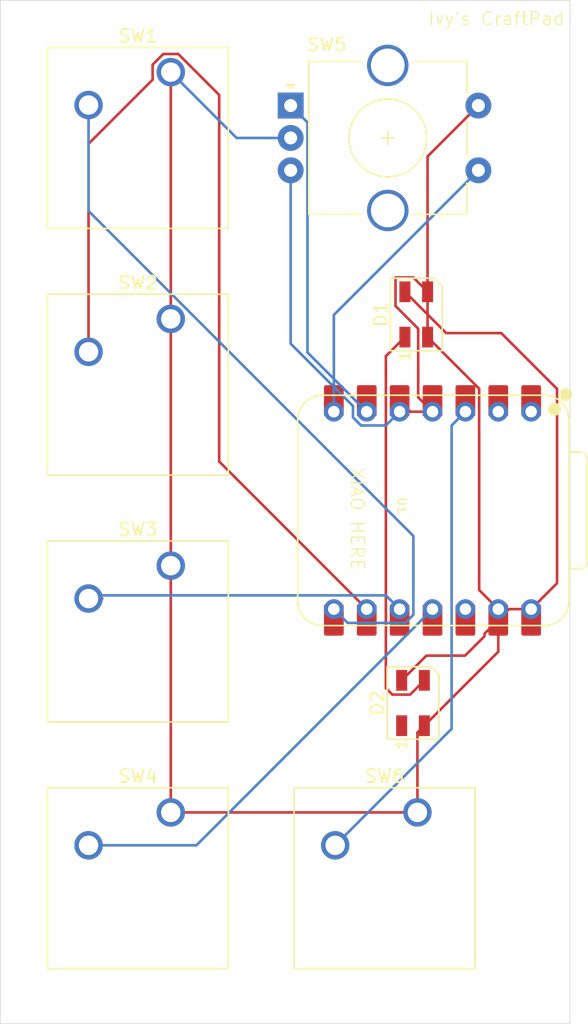
<source format=kicad_pcb>
(kicad_pcb (version 20240108) (generator "pcbnew") (generator_version "8.0")
  (layers (0 "F.Cu" signal) (31 "B.Cu" signal) (34 "B.Paste" user) (35 "F.Paste" user) (36 "B.SilkS" user "B.Silkscreen") (37 "F.SilkS" user "F.Silkscreen") (38 "B.Mask" user) (39 "F.Mask" user) (44 "Edge.Cuts" user))
  (net 0 "")
  (net 1 "Net-(D1-DOUT)")
  (net 3 "Net-(U1-GPIO1{slash}RX)")
  (net 4 "Net-(U1-GPIO2{slash}SCK)")
  (net 5 "Net-(U1-GPIO4{slash}MISO)")
  (net 6 "Net-(U1-GPIO3{slash}MOSI)")
  (net 7 "Net-(U1-GPIO0{slash}TX)")
  (footprint "LED_SMD:LED_SK6812MINI_PLCC4_3.5x3.5mm_P1.75mm" (layer "F.Cu") (at 69.125 61.25 90)
    (property "Reference" "D1" (at 0 -2.75 90) (layer "F.SilkS"))
    (property "Value" "SK6812MINI")
    (fp_line (start -2.8 -2) (end 2.8 -2) (stroke (width 0.12)) (layer "F.SilkS"))
    (fp_line (start -2.8 -2) (end -2.8 2) (stroke (width 0.12)) (layer "F.SilkS"))
    (fp_line (start 2.8 1.4) (end 2.8 -2) (stroke (width 0.12)) (layer "F.SilkS"))
    (fp_line (start 2.8 1.4) (end 2.2 2) (stroke (width 0.12)) (layer "F.SilkS"))
    (fp_line (start -2.8 2) (end 2.2 2) (stroke (width 0.12)) (layer "F.SilkS"))
    (fp_text user "1" (at -3.2 -0.875 90) (layer "F.SilkS") (effects (font (size 0.8 0.8))))
    (pad "1" smd rect (at -1.75 -0.875 90) (size 1.6 0.85) (layers "F.Cu" "F.Paste" "F.Mask") (net 1 "Net-(D1-DOUT)"))
    (pad "2" smd rect (at -1.75 0.875 90) (size 1.6 0.85) (layers "F.Cu" "F.Paste" "F.Mask") (net 7 "Net-(U1-GPIO0{slash}TX)"))
    (pad "3" smd rect (at 1.75 0.875 90) (size 1.6 0.85) (layers "F.Cu" "F.Paste" "F.Mask") (net 7 "Net-(U1-GPIO0{slash}TX)"))
    (pad "4" smd rect (at 1.75 -0.875 90) (size 1.6 0.85) (layers "F.Cu" "F.Paste" "F.Mask") (net 7 "Net-(U1-GPIO0{slash}TX)"))
  )
  (footprint "Button_Switch_Keyboard:SW_Cherry_MX_1.00u_PCB" (layer "F.Cu") (at 50.165 42.545)
    (property "Reference" "SW1" (at -2.54 -2.794 0) (layer "F.SilkS"))
    (property "Value" "SW_Push")
    (fp_line (start -9.525 -1.905) (end 4.445 -1.905) (stroke (width 0.12)) (layer "F.SilkS"))
    (fp_line (start -9.525 12.065) (end -9.525 -1.905) (stroke (width 0.12)) (layer "F.SilkS"))
    (fp_line (start 4.445 -1.905) (end 4.445 12.065) (stroke (width 0.12)) (layer "F.SilkS"))
    (fp_line (start 4.445 12.065) (end -9.525 12.065) (stroke (width 0.12)) (layer "F.SilkS"))
    (pad "" np_thru_hole circle (at -7.62 5.08) (size 1.7 1.7) (drill 1.7) (layers "*.Cu" "*.Mask"))
    (pad "" np_thru_hole circle (at -2.54 5.08) (size 4 4) (drill 4) (layers "*.Cu" "*.Mask"))
    (pad "" np_thru_hole circle (at 2.54 5.08) (size 1.7 1.7) (drill 1.7) (layers "*.Cu" "*.Mask"))
    (pad "1" thru_hole circle (at 0 0) (size 2.2 2.2) (drill 1.5) (layers "*.Cu" "*.Mask") (net 7 "Net-(U1-GPIO0{slash}TX)"))
    (pad "2" thru_hole circle (at -6.35 2.54) (size 2.2 2.2) (drill 1.5) (layers "*.Cu" "*.Mask") (net 3 "Net-(U1-GPIO1{slash}RX)"))
  )
  (footprint "Button_Switch_Keyboard:SW_Cherry_MX_1.00u_PCB" (layer "F.Cu") (at 69.215 99.695)
    (property "Reference" "SW6" (at -2.54 -2.794 0) (layer "F.SilkS"))
    (property "Value" "SW_Push")
    (fp_line (start -9.525 -1.905) (end 4.445 -1.905) (stroke (width 0.12)) (layer "F.SilkS"))
    (fp_line (start -9.525 12.065) (end -9.525 -1.905) (stroke (width 0.12)) (layer "F.SilkS"))
    (fp_line (start 4.445 -1.905) (end 4.445 12.065) (stroke (width 0.12)) (layer "F.SilkS"))
    (fp_line (start 4.445 12.065) (end -9.525 12.065) (stroke (width 0.12)) (layer "F.SilkS"))
    (pad "" np_thru_hole circle (at -7.62 5.08) (size 1.7 1.7) (drill 1.7) (layers "*.Cu" "*.Mask"))
    (pad "" np_thru_hole circle (at -2.54 5.08) (size 4 4) (drill 4) (layers "*.Cu" "*.Mask"))
    (pad "" np_thru_hole circle (at 2.54 5.08) (size 1.7 1.7) (drill 1.7) (layers "*.Cu" "*.Mask"))
    (pad "1" thru_hole circle (at 0 0) (size 2.2 2.2) (drill 1.5) (layers "*.Cu" "*.Mask") (net 7 "Net-(U1-GPIO0{slash}TX)"))
    (pad "2" thru_hole circle (at -6.35 2.54) (size 2.2 2.2) (drill 1.5) (layers "*.Cu" "*.Mask") (net 7 "Net-(U1-GPIO0{slash}TX)"))
  )
  (footprint "Button_Switch_Keyboard:SW_Cherry_MX_1.00u_PCB" (layer "F.Cu") (at 50.165 61.595)
    (property "Reference" "SW2" (at -2.54 -2.794 0) (layer "F.SilkS"))
    (property "Value" "SW_Push")
    (fp_line (start -9.525 -1.905) (end 4.445 -1.905) (stroke (width 0.12)) (layer "F.SilkS"))
    (fp_line (start -9.525 12.065) (end -9.525 -1.905) (stroke (width 0.12)) (layer "F.SilkS"))
    (fp_line (start 4.445 -1.905) (end 4.445 12.065) (stroke (width 0.12)) (layer "F.SilkS"))
    (fp_line (start 4.445 12.065) (end -9.525 12.065) (stroke (width 0.12)) (layer "F.SilkS"))
    (pad "" np_thru_hole circle (at -7.62 5.08) (size 1.7 1.7) (drill 1.7) (layers "*.Cu" "*.Mask"))
    (pad "" np_thru_hole circle (at -2.54 5.08) (size 4 4) (drill 4) (layers "*.Cu" "*.Mask"))
    (pad "" np_thru_hole circle (at 2.54 5.08) (size 1.7 1.7) (drill 1.7) (layers "*.Cu" "*.Mask"))
    (pad "1" thru_hole circle (at 0 0) (size 2.2 2.2) (drill 1.5) (layers "*.Cu" "*.Mask") (net 7 "Net-(U1-GPIO0{slash}TX)"))
    (pad "2" thru_hole circle (at -6.35 2.54) (size 2.2 2.2) (drill 1.5) (layers "*.Cu" "*.Mask") (net 4 "Net-(U1-GPIO2{slash}SCK)"))
  )
  (footprint "Button_Switch_Keyboard:SW_Cherry_MX_1.00u_PCB" (layer "F.Cu") (at 50.165 80.645)
    (property "Reference" "SW3" (at -2.54 -2.794 0) (layer "F.SilkS"))
    (property "Value" "SW_Push")
    (fp_line (start -9.525 -1.905) (end 4.445 -1.905) (stroke (width 0.12)) (layer "F.SilkS"))
    (fp_line (start -9.525 12.065) (end -9.525 -1.905) (stroke (width 0.12)) (layer "F.SilkS"))
    (fp_line (start 4.445 -1.905) (end 4.445 12.065) (stroke (width 0.12)) (layer "F.SilkS"))
    (fp_line (start 4.445 12.065) (end -9.525 12.065) (stroke (width 0.12)) (layer "F.SilkS"))
    (pad "" np_thru_hole circle (at -7.62 5.08) (size 1.7 1.7) (drill 1.7) (layers "*.Cu" "*.Mask"))
    (pad "" np_thru_hole circle (at -2.54 5.08) (size 4 4) (drill 4) (layers "*.Cu" "*.Mask"))
    (pad "" np_thru_hole circle (at 2.54 5.08) (size 1.7 1.7) (drill 1.7) (layers "*.Cu" "*.Mask"))
    (pad "1" thru_hole circle (at 0 0) (size 2.2 2.2) (drill 1.5) (layers "*.Cu" "*.Mask") (net 7 "Net-(U1-GPIO0{slash}TX)"))
    (pad "2" thru_hole circle (at -6.35 2.54) (size 2.2 2.2) (drill 1.5) (layers "*.Cu" "*.Mask") (net 5 "Net-(U1-GPIO4{slash}MISO)"))
  )
  (footprint "OPL:XIAO-RP2040-DIP" (layer "F.Cu") (at 70.38 76.38 -90)
    (property "Reference" "U1" (at -0.38 2.38 270) (layer "F.SilkS") (effects (font (size 0.635 0.635) (thickness 0.1016))))
    (property "Value" "XIAO-RP2040-DIP")
    (fp_line (start -6.985 10.414) (end 6.985 10.414) (stroke (width 0.127)) (layer "F.SilkS"))
    (fp_line (start -8.89 8.509) (end -8.89 -8.636) (stroke (width 0.127)) (layer "F.SilkS"))
    (fp_line (start 8.89 8.509) (end 8.89 -8.636) (stroke (width 0.127)) (layer "F.SilkS"))
    (fp_line (start -4.495 -10.541) (end -4.491272 -11.451272) (stroke (width 0.127)) (layer "F.SilkS"))
    (fp_line (start 6.985 -10.541) (end -6.985 -10.541) (stroke (width 0.1)) (layer "F.SilkS"))
    (fp_line (start 6.985 -10.541) (end -6.985 -10.541) (stroke (width 0.127)) (layer "F.SilkS"))
    (fp_line (start 4.504 -11.451) (end 4.504 -10.541) (stroke (width 0.127)) (layer "F.SilkS"))
    (fp_line (start -3.991272 -11.951) (end 4.004 -11.951) (stroke (width 0.127)) (layer "F.SilkS"))
    (fp_arc (start -6.985 10.414) (mid -8.332038 9.856038) (end -8.89 8.509) (stroke (width 0.127)) (layer "F.SilkS"))
    (fp_arc (start 8.89 8.509) (mid 8.332038 9.856038) (end 6.985 10.414) (stroke (width 0.127)) (layer "F.SilkS"))
    (fp_arc (start -8.89 -8.636) (mid -8.332038 -9.983038) (end -6.985 -10.541) (stroke (width 0.127)) (layer "F.SilkS"))
    (fp_arc (start 6.985 -10.541) (mid 8.332038 -9.983038) (end 8.89 -8.636) (stroke (width 0.127)) (layer "F.SilkS"))
    (fp_arc (start -4.491272 -11.451272) (mid -4.344724 -11.804644) (end -3.991272 -11.951) (stroke (width 0.127)) (layer "F.SilkS"))
    (fp_arc (start 4.004 -11.951) (mid 4.357553 -11.804553) (end 4.504 -11.451) (stroke (width 0.127)) (layer "F.SilkS"))
    (fp_circle (center -7.807 -9.42) (end -7.807 -9.674) (stroke (width 0.5)) (fill solid) (layer "F.SilkS"))
    (fp_circle (center -8.95 -10.3) (end -8.95 -10.554) (stroke (width 0.5)) (fill solid) (layer "F.SilkS"))
    (pad "1" smd roundrect (at -8.455 -7.62 90) (size 2.432 1.524) (layers "F.Cu" "F.Mask") (roundrect_rratio 0.1))
    (pad "1" thru_hole circle (at -7.62 -7.62 90) (size 1.524 1.524) (drill 0.889) (layers "*.Cu" "*.Mask"))
    (pad "2" smd roundrect (at -8.455 -5.08 90) (size 2.432 1.524) (layers "F.Cu" "F.Mask") (roundrect_rratio 0.1))
    (pad "2" thru_hole circle (at -7.62 -5.08 90) (size 1.524 1.524) (drill 0.889) (layers "*.Cu" "*.Mask"))
    (pad "3" smd roundrect (at -8.455 -2.54 90) (size 2.432 1.524) (layers "F.Cu" "F.Mask") (roundrect_rratio 0.1) (net 7 "Net-(U1-GPIO0{slash}TX)"))
    (pad "3" thru_hole circle (at -7.62 -2.54 90) (size 1.524 1.524) (drill 0.889) (layers "*.Cu" "*.Mask") (net 7 "Net-(U1-GPIO0{slash}TX)"))
    (pad "4" smd roundrect (at -8.455 0 90) (size 2.432 1.524) (layers "F.Cu" "F.Mask") (roundrect_rratio 0.1) (net 7 "Net-(U1-GPIO0{slash}TX)"))
    (pad "4" thru_hole circle (at -7.62 0 90) (size 1.524 1.524) (drill 0.889) (layers "*.Cu" "*.Mask") (net 7 "Net-(U1-GPIO0{slash}TX)"))
    (pad "5" smd roundrect (at -8.455 2.54 90) (size 2.432 1.524) (layers "F.Cu" "F.Mask") (roundrect_rratio 0.1) (net 7 "Net-(U1-GPIO0{slash}TX)"))
    (pad "5" thru_hole circle (at -7.62 2.54 90) (size 1.524 1.524) (drill 0.889) (layers "*.Cu" "*.Mask") (net 7 "Net-(U1-GPIO0{slash}TX)"))
    (pad "6" smd roundrect (at -8.455 5.08 90) (size 2.432 1.524) (layers "F.Cu" "F.Mask") (roundrect_rratio 0.1) (net 7 "Net-(U1-GPIO0{slash}TX)"))
    (pad "6" thru_hole circle (at -7.62 5.08 90) (size 1.524 1.524) (drill 0.889) (layers "*.Cu" "*.Mask") (net 7 "Net-(U1-GPIO0{slash}TX)"))
    (pad "7" smd roundrect (at -8.455 7.62 90) (size 2.432 1.524) (layers "F.Cu" "F.Mask") (roundrect_rratio 0.1) (net 7 "Net-(U1-GPIO0{slash}TX)"))
    (pad "7" thru_hole circle (at -7.62 7.62 90) (size 1.524 1.524) (drill 0.889) (layers "*.Cu" "*.Mask") (net 7 "Net-(U1-GPIO0{slash}TX)"))
    (pad "8" thru_hole circle (at 7.62 7.62 270) (size 1.524 1.524) (drill 0.889) (layers "*.Cu" "*.Mask") (net 3 "Net-(U1-GPIO1{slash}RX)"))
    (pad "8" smd roundrect (at 8.455 7.62 270) (size 2.432 1.524) (layers "F.Cu" "F.Mask") (roundrect_rratio 0.1) (net 3 "Net-(U1-GPIO1{slash}RX)"))
    (pad "9" thru_hole circle (at 7.62 5.08 270) (size 1.524 1.524) (drill 0.889) (layers "*.Cu" "*.Mask") (net 4 "Net-(U1-GPIO2{slash}SCK)"))
    (pad "9" smd roundrect (at 8.455 5.08 270) (size 2.432 1.524) (layers "F.Cu" "F.Mask") (roundrect_rratio 0.1) (net 4 "Net-(U1-GPIO2{slash}SCK)"))
    (pad "10" thru_hole circle (at 7.62 2.54 270) (size 1.524 1.524) (drill 0.889) (layers "*.Cu" "*.Mask") (net 5 "Net-(U1-GPIO4{slash}MISO)"))
    (pad "10" smd roundrect (at 8.455 2.54 270) (size 2.432 1.524) (layers "F.Cu" "F.Mask") (roundrect_rratio 0.1) (net 5 "Net-(U1-GPIO4{slash}MISO)"))
    (pad "11" thru_hole circle (at 7.62 0 270) (size 1.524 1.524) (drill 0.889) (layers "*.Cu" "*.Mask") (net 6 "Net-(U1-GPIO3{slash}MOSI)"))
    (pad "11" smd roundrect (at 8.455 0 270) (size 2.432 1.524) (layers "F.Cu" "F.Mask") (roundrect_rratio 0.1) (net 6 "Net-(U1-GPIO3{slash}MOSI)"))
    (pad "12" thru_hole circle (at 7.62 -2.54 270) (size 1.524 1.524) (drill 0.889) (layers "*.Cu" "*.Mask"))
    (pad "12" smd roundrect (at 8.455 -2.54 270) (size 2.432 1.524) (layers "F.Cu" "F.Mask") (roundrect_rratio 0.1))
    (pad "13" thru_hole circle (at 7.62 -5.08 270) (size 1.524 1.524) (drill 0.889) (layers "*.Cu" "*.Mask") (net 7 "Net-(U1-GPIO0{slash}TX)"))
    (pad "13" smd roundrect (at 8.455 -5.08 270) (size 2.432 1.524) (layers "F.Cu" "F.Mask") (roundrect_rratio 0.1) (net 7 "Net-(U1-GPIO0{slash}TX)"))
    (pad "14" thru_hole circle (at 7.62 -7.62 270) (size 1.524 1.524) (drill 0.889) (layers "*.Cu" "*.Mask") (net 7 "Net-(U1-GPIO0{slash}TX)"))
    (pad "14" smd roundrect (at 8.455 -7.62 270) (size 2.432 1.524) (layers "F.Cu" "F.Mask") (roundrect_rratio 0.1) (net 7 "Net-(U1-GPIO0{slash}TX)"))
  )
  (footprint "Button_Switch_Keyboard:SW_Cherry_MX_1.00u_PCB" (layer "F.Cu") (at 50.165 99.695)
    (property "Reference" "SW4" (at -2.54 -2.794 0) (layer "F.SilkS"))
    (property "Value" "SW_Push")
    (fp_line (start -9.525 -1.905) (end 4.445 -1.905) (stroke (width 0.12)) (layer "F.SilkS"))
    (fp_line (start -9.525 12.065) (end -9.525 -1.905) (stroke (width 0.12)) (layer "F.SilkS"))
    (fp_line (start 4.445 -1.905) (end 4.445 12.065) (stroke (width 0.12)) (layer "F.SilkS"))
    (fp_line (start 4.445 12.065) (end -9.525 12.065) (stroke (width 0.12)) (layer "F.SilkS"))
    (pad "" np_thru_hole circle (at -7.62 5.08) (size 1.7 1.7) (drill 1.7) (layers "*.Cu" "*.Mask"))
    (pad "" np_thru_hole circle (at -2.54 5.08) (size 4 4) (drill 4) (layers "*.Cu" "*.Mask"))
    (pad "" np_thru_hole circle (at 2.54 5.08) (size 1.7 1.7) (drill 1.7) (layers "*.Cu" "*.Mask"))
    (pad "1" thru_hole circle (at 0 0) (size 2.2 2.2) (drill 1.5) (layers "*.Cu" "*.Mask") (net 7 "Net-(U1-GPIO0{slash}TX)"))
    (pad "2" thru_hole circle (at -6.35 2.54) (size 2.2 2.2) (drill 1.5) (layers "*.Cu" "*.Mask") (net 6 "Net-(U1-GPIO3{slash}MOSI)"))
  )
  (footprint "LED_SMD:LED_SK6812MINI_PLCC4_3.5x3.5mm_P1.75mm" (layer "F.Cu") (at 68.875 91.25 90)
    (property "Reference" "D2" (at 0 -2.75 90) (layer "F.SilkS"))
    (property "Value" "SK6812MINI")
    (fp_line (start -2.8 -2) (end 2.8 -2) (stroke (width 0.12)) (layer "F.SilkS"))
    (fp_line (start -2.8 -2) (end -2.8 2) (stroke (width 0.12)) (layer "F.SilkS"))
    (fp_line (start 2.8 1.4) (end 2.8 -2) (stroke (width 0.12)) (layer "F.SilkS"))
    (fp_line (start 2.8 1.4) (end 2.2 2) (stroke (width 0.12)) (layer "F.SilkS"))
    (fp_line (start -2.8 2) (end 2.2 2) (stroke (width 0.12)) (layer "F.SilkS"))
    (fp_text user "1" (at -3.2 -0.875 90) (layer "F.SilkS") (effects (font (size 0.8 0.8))))
    (pad "1" smd rect (at -1.75 -0.875 90) (size 1.6 0.85) (layers "F.Cu" "F.Paste" "F.Mask"))
    (pad "2" smd rect (at -1.75 0.875 90) (size 1.6 0.85) (layers "F.Cu" "F.Paste" "F.Mask") (net 7 "Net-(U1-GPIO0{slash}TX)"))
    (pad "3" smd rect (at 1.75 0.875 90) (size 1.6 0.85) (layers "F.Cu" "F.Paste" "F.Mask") (net 1 "Net-(D1-DOUT)"))
    (pad "4" smd rect (at 1.75 -0.875 90) (size 1.6 0.85) (layers "F.Cu" "F.Paste" "F.Mask") (net 7 "Net-(U1-GPIO0{slash}TX)"))
  )
  (footprint "Rotary_Encoder:RotaryEncoder_Alps_EC11E-Switch_Vertical_H20mm_CircularMountingHoles" (layer "F.Cu") (at 59.425 45.125)
    (property "Reference" "SW5" (at 2.8 -4.7 0) (layer "F.SilkS"))
    (property "Value" "RotaryEncoder_Switch")
    (fp_line (start -0.3 -1.6) (end 0.3 -1.6) (stroke (width 0.12)) (layer "F.SilkS"))
    (fp_line (start 0 -1.3) (end -0.3 -1.6) (stroke (width 0.12)) (layer "F.SilkS"))
    (fp_line (start 0.3 -1.6) (end 0 -1.3) (stroke (width 0.12)) (layer "F.SilkS"))
    (fp_line (start 1.4 -3.4) (end 1.4 8.4) (stroke (width 0.12)) (layer "F.SilkS"))
    (fp_line (start 5.5 -3.4) (end 1.4 -3.4) (stroke (width 0.12)) (layer "F.SilkS"))
    (fp_line (start 5.5 8.4) (end 1.4 8.4) (stroke (width 0.12)) (layer "F.SilkS"))
    (fp_line (start 7 2.5) (end 8 2.5) (stroke (width 0.12)) (layer "F.SilkS"))
    (fp_line (start 7.5 2) (end 7.5 3) (stroke (width 0.12)) (layer "F.SilkS"))
    (fp_line (start 9.5 -3.4) (end 13.6 -3.4) (stroke (width 0.12)) (layer "F.SilkS"))
    (fp_line (start 13.6 -3.4) (end 13.6 -1) (stroke (width 0.12)) (layer "F.SilkS"))
    (fp_line (start 13.6 1.2) (end 13.6 3.8) (stroke (width 0.12)) (layer "F.SilkS"))
    (fp_line (start 13.6 6) (end 13.6 8.4) (stroke (width 0.12)) (layer "F.SilkS"))
    (fp_line (start 13.6 8.4) (end 9.5 8.4) (stroke (width 0.12)) (layer "F.SilkS"))
    (fp_circle (center 7.5 2.5) (end 10.5 2.5) (stroke (width 0.12)) (fill none) (layer "F.SilkS"))
    (pad "A" thru_hole rect (at 0 0) (size 2 2) (drill 1) (layers "*.Cu" "*.Mask") (net 7 "Net-(U1-GPIO0{slash}TX)"))
    (pad "B" thru_hole circle (at 0 5) (size 2 2) (drill 1) (layers "*.Cu" "*.Mask") (net 7 "Net-(U1-GPIO0{slash}TX)"))
    (pad "C" thru_hole circle (at 0 2.5) (size 2 2) (drill 1) (layers "*.Cu" "*.Mask") (net 7 "Net-(U1-GPIO0{slash}TX)"))
    (pad "MP" thru_hole circle (at 7.5 -3.1) (size 3.2 3.2) (drill 2.6) (layers "*.Cu" "*.Mask"))
    (pad "MP" thru_hole circle (at 7.5 8.1) (size 3.2 3.2) (drill 2.6) (layers "*.Cu" "*.Mask"))
    (pad "S1" thru_hole circle (at 14.5 5) (size 2 2) (drill 1) (layers "*.Cu" "*.Mask") (net 7 "Net-(U1-GPIO0{slash}TX)"))
    (pad "S2" thru_hole circle (at 14.5 0) (size 2 2) (drill 1) (layers "*.Cu" "*.Mask") (net 7 "Net-(U1-GPIO0{slash}TX)"))
  )
  (gr_rect (start 37 37) (end 81 116) (stroke (width 0.05)) (fill none) (layer "Edge.Cuts"))
  (gr_text "XIAO HERE" (at 64 73 -90) (layer "F.SilkS") (effects (font (size 1 1) (thickness 0.1)) (justify left bottom)))
  (gr_text "Ivy's CraftPad" (at 70 39 0) (layer "F.SilkS") (effects (font (size 1 1) (thickness 0.1)) (justify left bottom)))
  (segment (start 68.65 90.6) (end 67.275 90.6) (width 0.2) (layer "F.Cu") (net 1))
  (segment (start 66.778 90.103) (end 66.778 64.472) (width 0.2) (layer "F.Cu") (net 1))
  (segment (start 69.75 89.5) (end 68.65 90.6) (width 0.2) (layer "F.Cu") (net 1))
  (segment (start 67.275 90.6) (end 66.778 90.103) (width 0.2) (layer "F.Cu") (net 1))
  (segment (start 66.778 64.472) (end 68.25 63) (width 0.2) (layer "F.Cu") (net 1))
  (segment (start 68.902 84.439895) (end 68.279895 85.062) (width 0.2) (layer "B.Cu") (net 3))
  (segment (start 68.279895 85.062) (end 63.822 85.062) (width 0.2) (layer "B.Cu") (net 3))
  (segment (start 43.815 45.085) (end 43.815 53.265101) (width 0.2) (layer "B.Cu") (net 3))
  (segment (start 63.822 85.062) (end 62.76 84) (width 0.2) (layer "B.Cu") (net 3))
  (segment (start 68.902 78.352101) (end 68.902 84.439895) (width 0.2) (layer "B.Cu") (net 3))
  (segment (start 43.815 53.265101) (end 68.902 78.352101) (width 0.2) (layer "B.Cu") (net 3))
  (segment (start 53.905 44.305101) (end 53.905 72.605) (width 0.2) (layer "F.Cu") (net 4))
  (segment (start 43.815 48.074899) (end 48.765 43.124899) (width 0.2) (layer "F.Cu") (net 4))
  (segment (start 53.905 72.605) (end 65.3 84) (width 0.2) (layer "F.Cu") (net 4))
  (segment (start 50.744899 41.145) (end 53.905 44.305101) (width 0.2) (layer "F.Cu") (net 4))
  (segment (start 48.765 43.124899) (end 48.765 41.965101) (width 0.2) (layer "F.Cu") (net 4))
  (segment (start 43.815 64.135) (end 43.815 48.074899) (width 0.2) (layer "F.Cu") (net 4))
  (segment (start 49.585101 41.145) (end 50.744899 41.145) (width 0.2) (layer "F.Cu") (net 4))
  (segment (start 48.765 41.965101) (end 49.585101 41.145) (width 0.2) (layer "F.Cu") (net 4))
  (segment (start 43.815 83.185) (end 44.875 83.185) (width 0.2) (layer "F.Cu") (net 5))
  (segment (start 43.815 83.185) (end 44.062 82.938) (width 0.2) (layer "B.Cu") (net 5))
  (segment (start 66.778 82.938) (end 67.84 84) (width 0.2) (layer "B.Cu") (net 5))
  (segment (start 44.062 82.938) (end 66.778 82.938) (width 0.2) (layer "B.Cu") (net 5))
  (segment (start 52.145 102.235) (end 70.38 84) (width 0.2) (layer "B.Cu") (net 6))
  (segment (start 43.815 102.235) (end 52.145 102.235) (width 0.2) (layer "B.Cu") (net 6))
  (segment (start 70 49.05) (end 73.925 45.125) (width 0.2) (layer "F.Cu") (net 7))
  (segment (start 67.525 60.6) (end 69.275 62.35) (width 0.2) (layer "F.Cu") (net 7))
  (segment (start 70 63) (end 70 49.05) (width 0.2) (layer "F.Cu") (net 7))
  (segment (start 69.75 93) (end 75.46 87.29) (width 0.2) (layer "F.Cu") (net 7))
  (segment (start 69.215 93.535) (end 69.75 93) (width 0.2) (layer "F.Cu") (net 7))
  (segment (start 80 82) (end 78 84) (width 0.2) (layer "F.Cu") (net 7))
  (segment (start 72.896057 87.592157) (end 74.398 86.090214) (width 0.2) (layer "F.Cu") (net 7))
  (segment (start 75.46 84) (end 73.982 82.522) (width 0.2) (layer "F.Cu") (net 7))
  (segment (start 73.982 66.982) (end 70 63) (width 0.2) (layer "F.Cu") (net 7))
  (segment (start 69.275 67.655) (end 70.38 68.76) (width 0.2) (layer "F.Cu") (net 7))
  (segment (start 76.295 84) (end 78 84) (width 0.2) (layer "F.Cu") (net 7))
  (segment (start 68.675 68.76) (end 70.38 68.76) (width 0.2) (layer "F.Cu") (net 7))
  (segment (start 69.907843 87.592157) (end 72.896057 87.592157) (width 0.2) (layer "F.Cu") (net 7))
  (segment (start 69.215 99.695) (end 68.91 100) (width 0.2) (layer "F.Cu") (net 7))
  (segment (start 68 89.5) (end 69.907843 87.592157) (width 0.2) (layer "F.Cu") (net 7))
  (segment (start 73.982 82.522) (end 73.982 66.982) (width 0.2) (layer "F.Cu") (net 7))
  (segment (start 67.525 58.4) (end 67.525 60.6) (width 0.2) (layer "F.Cu") (net 7))
  (segment (start 74.398 86.090214) (end 74.398 85.897) (width 0.2) (layer "F.Cu") (net 7))
  (segment (start 75.692 62.692) (end 80 67) (width 0.2) (layer "F.Cu") (net 7))
  (segment (start 71.442 62.692) (end 75.692 62.692) (width 0.2) (layer "F.Cu") (net 7))
  (segment (start 50.165 42.545) (end 50.165 99.695) (width 0.2) (layer "F.Cu") (net 7))
  (segment (start 68.9 58.4) (end 67.525 58.4) (width 0.2) (layer "F.Cu") (net 7))
  (segment (start 68.25 59.5) (end 71.442 62.692) (width 0.2) (layer "F.Cu") (net 7))
  (segment (start 80 67) (end 80 82) (width 0.2) (layer "F.Cu") (net 7))
  (segment (start 69.215 99.695) (end 69.215 93.535) (width 0.2) (layer "F.Cu") (net 7))
  (segment (start 50.165 99.695) (end 69.215 99.695) (width 0.2) (layer "F.Cu") (net 7))
  (segment (start 67.84 67.925) (end 68.675 68.76) (width 0.2) (layer "F.Cu") (net 7))
  (segment (start 69.275 62.35) (end 69.275 67.655) (width 0.2) (layer "F.Cu") (net 7))
  (segment (start 75.46 87.29) (end 75.46 84) (width 0.2) (layer "F.Cu") (net 7))
  (segment (start 70 59.5) (end 68.9 58.4) (width 0.2) (layer "F.Cu") (net 7))
  (segment (start 74.398 85.897) (end 76.295 84) (width 0.2) (layer "F.Cu") (net 7))
  (segment (start 71.858 93.242) (end 71.858 69.822) (width 0.2) (layer "B.Cu") (net 7))
  (segment (start 59.425 45.125) (end 60.725 46.425) (width 0.2) (layer "B.Cu") (net 7))
  (segment (start 55.245 47.625) (end 50.165 42.545) (width 0.2) (layer "B.Cu") (net 7))
  (segment (start 60.725 64.185) (end 65.3 68.76) (width 0.2) (layer "B.Cu") (net 7))
  (segment (start 59.425 50.125) (end 59.425 63.507105) (width 0.2) (layer "B.Cu") (net 7))
  (segment (start 62.76 68.76) (end 62.76 61.29) (width 0.2) (layer "B.Cu") (net 7))
  (segment (start 62.76 61.29) (end 73.925 50.125) (width 0.2) (layer "B.Cu") (net 7))
  (segment (start 59.425 47.625) (end 55.245 47.625) (width 0.2) (layer "B.Cu") (net 7))
  (segment (start 64.860105 69.822) (end 66.778 69.822) (width 0.2) (layer "B.Cu") (net 7))
  (segment (start 66.778 69.822) (end 67.84 68.76) (width 0.2) (layer "B.Cu") (net 7))
  (segment (start 60.725 46.425) (end 60.725 64.185) (width 0.2) (layer "B.Cu") (net 7))
  (segment (start 62.865 102.235) (end 71.858 93.242) (width 0.2) (layer "B.Cu") (net 7))
  (segment (start 71.858 69.822) (end 72.92 68.76) (width 0.2) (layer "B.Cu") (net 7))
  (segment (start 64.238 68.320105) (end 64.238 69.199895) (width 0.2) (layer "B.Cu") (net 7))
  (segment (start 64.238 69.199895) (end 64.860105 69.822) (width 0.2) (layer "B.Cu") (net 7))
  (segment (start 59.425 63.507105) (end 64.238 68.320105) (width 0.2) (layer "B.Cu") (net 7))
)
</source>
